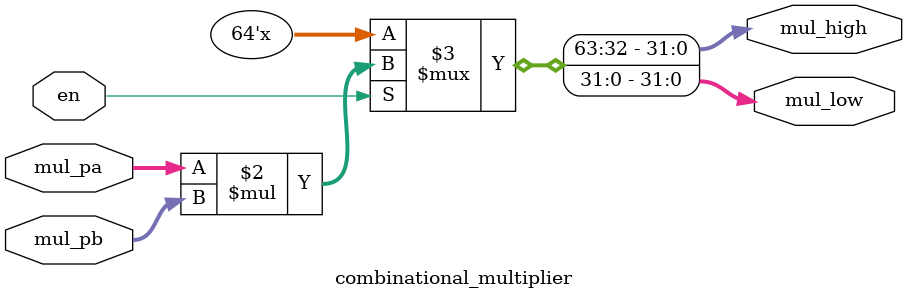
<source format=v>
`timescale 1ns / 1ps

module combinational_multiplier(
         input [31:0] mul_pa,
         input [31:0] mul_pb,
         input        en,
         output reg [31:0] mul_high,
         output reg [31:0] mul_low
       );


always@(*)
  begin
    if(en)
      begin
        {mul_high, mul_low} <= mul_pa * mul_pb;
      end
  end

endmodule

</source>
